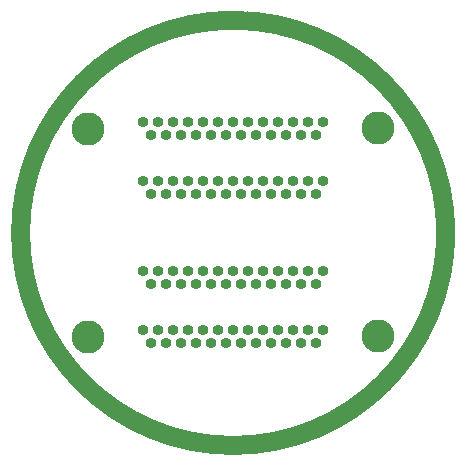
<source format=gbs>
G04 #@! TF.GenerationSoftware,KiCad,Pcbnew,(6.0.6)*
G04 #@! TF.CreationDate,2023-01-18T13:06:51-07:00*
G04 #@! TF.ProjectId,Double_MicroD_25_Gateway,446f7562-6c65-45f4-9d69-63726f445f32,rev?*
G04 #@! TF.SameCoordinates,Original*
G04 #@! TF.FileFunction,Soldermask,Bot*
G04 #@! TF.FilePolarity,Negative*
%FSLAX46Y46*%
G04 Gerber Fmt 4.6, Leading zero omitted, Abs format (unit mm)*
G04 Created by KiCad (PCBNEW (6.0.6)) date 2023-01-18 13:06:51*
%MOMM*%
%LPD*%
G01*
G04 APERTURE LIST*
%ADD10C,1.600000*%
%ADD11O,0.920000X0.920000*%
%ADD12C,2.800000*%
G04 APERTURE END LIST*
D10*
X18000000Y0D02*
G75*
G03*
X18000000Y0I-18000000J0D01*
G01*
D11*
X-7620000Y4350000D03*
X-6350000Y4350000D03*
X-5080000Y4350000D03*
X-3810000Y4350000D03*
X-2540000Y4350000D03*
X-1270000Y4350000D03*
X0Y4350000D03*
X1270000Y4350000D03*
X2540000Y4350000D03*
X3810000Y4350000D03*
X5080000Y4350000D03*
X6350000Y4350000D03*
X7620000Y4350000D03*
X-6985000Y3250000D03*
X-5715000Y3250000D03*
X-4445000Y3250000D03*
X-3175000Y3250000D03*
X-1905000Y3250000D03*
X-635000Y3250000D03*
X635000Y3250000D03*
X1905000Y3250000D03*
X3175000Y3250000D03*
X4445000Y3250000D03*
X5715000Y3250000D03*
X6985000Y3250000D03*
X6985000Y-4350000D03*
X5715000Y-4350000D03*
X4445000Y-4350000D03*
X3175000Y-4350000D03*
X1905000Y-4350000D03*
X635000Y-4350000D03*
X-635000Y-4350000D03*
X-1905000Y-4350000D03*
X-3175000Y-4350000D03*
X-4445000Y-4350000D03*
X-5715000Y-4350000D03*
X-6985000Y-4350000D03*
X7620000Y-3250000D03*
X6350000Y-3250000D03*
X5080000Y-3250000D03*
X3810000Y-3250000D03*
X2540000Y-3250000D03*
X1270000Y-3250000D03*
X0Y-3250000D03*
X-1270000Y-3250000D03*
X-2540000Y-3250000D03*
X-3810000Y-3250000D03*
X-5080000Y-3250000D03*
X-6350000Y-3250000D03*
X-7620000Y-3250000D03*
X7620000Y9350000D03*
X6350000Y9350000D03*
X5080000Y9350000D03*
X3810000Y9350000D03*
X2540000Y9350000D03*
X1270000Y9350000D03*
X0Y9350000D03*
X-1270000Y9350000D03*
X-2540000Y9350000D03*
X-3810000Y9350000D03*
X-5080000Y9350000D03*
X-6350000Y9350000D03*
X-7620000Y9350000D03*
X6985000Y8250000D03*
X5715000Y8250000D03*
X4445000Y8250000D03*
X3175000Y8250000D03*
X1905000Y8250000D03*
X635000Y8250000D03*
X-635000Y8250000D03*
X-1905000Y8250000D03*
X-3175000Y8250000D03*
X-4445000Y8250000D03*
X-5715000Y8250000D03*
X-6985000Y8250000D03*
D12*
X-12275000Y8800000D03*
X12275000Y8860000D03*
D11*
X7620000Y-8250000D03*
X6350000Y-8250000D03*
X5080000Y-8250000D03*
X3810000Y-8250000D03*
X2540000Y-8250000D03*
X1270000Y-8250000D03*
X0Y-8250000D03*
X-1270000Y-8250000D03*
X-2540000Y-8250000D03*
X-3810000Y-8250000D03*
X-5080000Y-8250000D03*
X-6350000Y-8250000D03*
X-7620000Y-8250000D03*
X6985000Y-9350000D03*
X5715000Y-9350000D03*
X4445000Y-9350000D03*
X3175000Y-9350000D03*
X1905000Y-9350000D03*
X635000Y-9350000D03*
X-635000Y-9350000D03*
X-1905000Y-9350000D03*
X-3175000Y-9350000D03*
X-4445000Y-9350000D03*
X-5715000Y-9350000D03*
X-6985000Y-9350000D03*
D12*
X12275000Y-8740000D03*
X-12275000Y-8800000D03*
M02*

</source>
